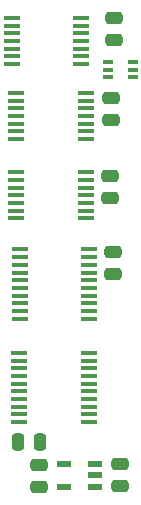
<source format=gtp>
%TF.GenerationSoftware,KiCad,Pcbnew,8.0.7*%
%TF.CreationDate,2025-01-03T11:09:11+02:00*%
%TF.ProjectId,Flags Enable Interrupt,466c6167-7320-4456-9e61-626c6520496e,V1*%
%TF.SameCoordinates,Original*%
%TF.FileFunction,Paste,Top*%
%TF.FilePolarity,Positive*%
%FSLAX46Y46*%
G04 Gerber Fmt 4.6, Leading zero omitted, Abs format (unit mm)*
G04 Created by KiCad (PCBNEW 8.0.7) date 2025-01-03 11:09:11*
%MOMM*%
%LPD*%
G01*
G04 APERTURE LIST*
G04 Aperture macros list*
%AMRoundRect*
0 Rectangle with rounded corners*
0 $1 Rounding radius*
0 $2 $3 $4 $5 $6 $7 $8 $9 X,Y pos of 4 corners*
0 Add a 4 corners polygon primitive as box body*
4,1,4,$2,$3,$4,$5,$6,$7,$8,$9,$2,$3,0*
0 Add four circle primitives for the rounded corners*
1,1,$1+$1,$2,$3*
1,1,$1+$1,$4,$5*
1,1,$1+$1,$6,$7*
1,1,$1+$1,$8,$9*
0 Add four rect primitives between the rounded corners*
20,1,$1+$1,$2,$3,$4,$5,0*
20,1,$1+$1,$4,$5,$6,$7,0*
20,1,$1+$1,$6,$7,$8,$9,0*
20,1,$1+$1,$8,$9,$2,$3,0*%
G04 Aperture macros list end*
%ADD10R,0.875000X0.450000*%
%ADD11RoundRect,0.250000X-0.475000X0.250000X-0.475000X-0.250000X0.475000X-0.250000X0.475000X0.250000X0*%
%ADD12RoundRect,0.250000X0.475000X-0.250000X0.475000X0.250000X-0.475000X0.250000X-0.475000X-0.250000X0*%
%ADD13R,1.475000X0.450000*%
%ADD14RoundRect,0.250000X-0.250000X-0.475000X0.250000X-0.475000X0.250000X0.475000X-0.250000X0.475000X0*%
%ADD15R,1.150000X0.600000*%
G04 APERTURE END LIST*
D10*
%TO.C,IC1*%
X11003000Y-2906000D03*
X11003000Y-3556000D03*
X11003000Y-4206000D03*
X13127000Y-4206000D03*
X13127000Y-3556000D03*
X13127000Y-2906000D03*
%TD*%
D11*
%TO.C,C8*%
X11430000Y-19005000D03*
X11430000Y-20905000D03*
%TD*%
D12*
%TO.C,C5*%
X5207000Y-38907000D03*
X5207000Y-37007000D03*
%TD*%
D13*
%TO.C,IC3*%
X2904000Y807000D03*
X2904000Y157000D03*
X2904000Y-493000D03*
X2904000Y-1143000D03*
X2904000Y-1793000D03*
X2904000Y-2443000D03*
X2904000Y-3093000D03*
X8780000Y-3093000D03*
X8780000Y-2443000D03*
X8780000Y-1793000D03*
X8780000Y-1143000D03*
X8780000Y-493000D03*
X8780000Y157000D03*
X8780000Y807000D03*
%TD*%
D11*
%TO.C,C1*%
X11303000Y-5924000D03*
X11303000Y-7824000D03*
%TD*%
D12*
%TO.C,C4*%
X12065000Y-38857000D03*
X12065000Y-36957000D03*
%TD*%
D14*
%TO.C,C2*%
X3367000Y-35052000D03*
X5267000Y-35052000D03*
%TD*%
D13*
%TO.C,IC6*%
X9398000Y-33405000D03*
X9398000Y-32755000D03*
X9398000Y-32105000D03*
X9398000Y-31455000D03*
X9398000Y-30805000D03*
X9398000Y-30155000D03*
X9398000Y-29505000D03*
X9398000Y-28855000D03*
X9398000Y-28205000D03*
X9398000Y-27555000D03*
X3522000Y-27555000D03*
X3522000Y-28205000D03*
X3522000Y-28855000D03*
X3522000Y-29505000D03*
X3522000Y-30155000D03*
X3522000Y-30805000D03*
X3522000Y-31455000D03*
X3522000Y-32105000D03*
X3522000Y-32755000D03*
X3522000Y-33405000D03*
%TD*%
D11*
%TO.C,C7*%
X11557000Y807000D03*
X11557000Y-1093000D03*
%TD*%
%TO.C,C9*%
X11159000Y-12528000D03*
X11159000Y-14428000D03*
%TD*%
D13*
%TO.C,IC2*%
X3268000Y-5528000D03*
X3268000Y-6178000D03*
X3268000Y-6828000D03*
X3268000Y-7478000D03*
X3268000Y-8128000D03*
X3268000Y-8778000D03*
X3268000Y-9428000D03*
X9144000Y-9428000D03*
X9144000Y-8778000D03*
X9144000Y-8128000D03*
X9144000Y-7478000D03*
X9144000Y-6828000D03*
X9144000Y-6178000D03*
X9144000Y-5528000D03*
%TD*%
D15*
%TO.C,IC5*%
X9936000Y-38873000D03*
X9936000Y-37923000D03*
X9936000Y-36973000D03*
X7336000Y-36973000D03*
X7336000Y-38873000D03*
%TD*%
D13*
%TO.C,IC7*%
X3268000Y-12259000D03*
X3268000Y-12909000D03*
X3268000Y-13559000D03*
X3268000Y-14209000D03*
X3268000Y-14859000D03*
X3268000Y-15509000D03*
X3268000Y-16159000D03*
X9144000Y-16159000D03*
X9144000Y-15509000D03*
X9144000Y-14859000D03*
X9144000Y-14209000D03*
X9144000Y-13559000D03*
X9144000Y-12909000D03*
X9144000Y-12259000D03*
%TD*%
%TO.C,IC8*%
X3539000Y-18792000D03*
X3539000Y-19442000D03*
X3539000Y-20092000D03*
X3539000Y-20742000D03*
X3539000Y-21392000D03*
X3539000Y-22042000D03*
X3539000Y-22692000D03*
X3539000Y-23342000D03*
X3539000Y-23992000D03*
X3539000Y-24642000D03*
X9415000Y-24642000D03*
X9415000Y-23992000D03*
X9415000Y-23342000D03*
X9415000Y-22692000D03*
X9415000Y-22042000D03*
X9415000Y-21392000D03*
X9415000Y-20742000D03*
X9415000Y-20092000D03*
X9415000Y-19442000D03*
X9415000Y-18792000D03*
%TD*%
M02*

</source>
